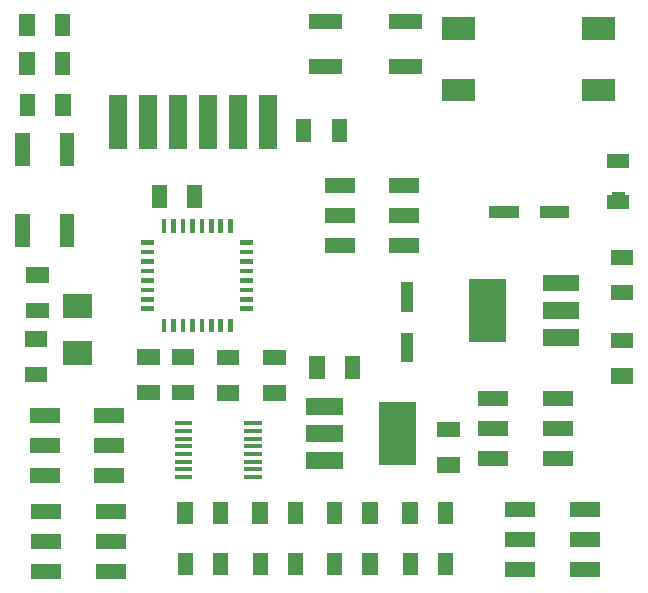
<source format=gbr>
G04 start of page 15 for group -4015 idx -4015 *
G04 Title: (unknown), toppaste *
G04 Creator: pcb 20140316 *
G04 CreationDate: Wed Jul  8 14:59:58 2015 UTC *
G04 For: frankenteddy *
G04 Format: Gerber/RS-274X *
G04 PCB-Dimensions (mil): 3270.00 2515.00 *
G04 PCB-Coordinate-Origin: lower left *
%MOIN*%
%FSLAX25Y25*%
%LNTOPPASTE*%
%ADD86R,0.0130X0.0130*%
%ADD85R,0.0787X0.0787*%
%ADD84R,0.0157X0.0157*%
%ADD83R,0.0600X0.0600*%
%ADD82R,0.0394X0.0394*%
%ADD81R,0.1220X0.1220*%
%ADD80R,0.0560X0.0560*%
%ADD79R,0.0748X0.0748*%
%ADD78R,0.0500X0.0500*%
%ADD77R,0.0510X0.0510*%
%ADD76R,0.0118X0.0118*%
%ADD75R,0.0472X0.0472*%
G54D75*X261222Y161521D02*X263978D01*
X261222Y175300D02*X263978D01*
G54D76*X261025Y164473D02*X264175D01*
G54D77*X262600Y131400D02*X265000D01*
X262600Y143200D02*X265000D01*
G54D78*X69000Y70500D02*X74000D01*
X69000Y80500D02*X74000D01*
X69000Y90500D02*X74000D01*
X90500Y70500D02*X95500D01*
X90500Y80500D02*X95500D01*
X90500Y90500D02*X95500D01*
X69500Y38500D02*X74500D01*
X69500Y48500D02*X74500D01*
X69500Y58500D02*X74500D01*
X91000Y38500D02*X96000D01*
X91000Y48500D02*X96000D01*
X91000Y58500D02*X96000D01*
G54D79*X254185Y219473D02*X257728D01*
X254185Y199000D02*X257728D01*
X207728D02*X211272D01*
X207728Y219473D02*X211272D01*
G54D75*X188550Y206800D02*X194849D01*
X161779D02*X168078D01*
X188550Y221761D02*X194849D01*
X161779D02*X168078D01*
G54D80*X240200Y116500D02*X246800D01*
X240200Y125500D02*X246800D01*
X240200Y134600D02*X246800D01*
G54D81*X219100Y130000D02*Y121000D01*
G54D77*X262600Y103600D02*X265000D01*
X262600Y115400D02*X265000D01*
G54D82*X192327Y116055D02*Y110150D01*
Y132984D02*Y127079D01*
X221550Y158173D02*X227455D01*
X238479D02*X244384D01*
G54D75*X79000Y182149D02*Y175850D01*
Y155378D02*Y149079D01*
X64039Y182149D02*Y175850D01*
Y155378D02*Y149079D01*
G54D77*X65700Y195200D02*Y192800D01*
X77500Y195200D02*Y192800D01*
G54D78*X167200Y147100D02*X172200D01*
X167200Y157100D02*X172200D01*
X167200Y167100D02*X172200D01*
X188700Y147100D02*X193700D01*
X188700Y157100D02*X193700D01*
X188700Y167100D02*X193700D01*
G54D83*X95700Y194200D02*Y182200D01*
X105700Y194200D02*Y182200D01*
X115700Y194200D02*Y182200D01*
X125700Y194200D02*Y182200D01*
X135700Y194200D02*Y182200D01*
X145700Y194200D02*Y182200D01*
G54D77*X157800Y186600D02*Y184200D01*
X169600Y186600D02*Y184200D01*
X67350Y104150D02*X69750D01*
X67350Y115950D02*X69750D01*
X121400Y164700D02*Y162300D01*
X109600Y164700D02*Y162300D01*
G54D84*X104258Y148073D02*X107184D01*
X104258Y144924D02*X107184D01*
X104258Y141774D02*X107184D01*
X104258Y138625D02*X107184D01*
X104258Y135475D02*X107184D01*
X104258Y132325D02*X107184D01*
X104258Y129176D02*X107184D01*
X104258Y126026D02*X107184D01*
X111227Y121984D02*Y119058D01*
X114376Y121984D02*Y119058D01*
X117526Y121984D02*Y119058D01*
X120675Y121984D02*Y119058D01*
X123825Y121984D02*Y119058D01*
X126975Y121984D02*Y119058D01*
X130124Y121984D02*Y119058D01*
X133274Y121984D02*Y119058D01*
X137316Y126027D02*X140242D01*
X137316Y129176D02*X140242D01*
X137316Y132326D02*X140242D01*
X137316Y135475D02*X140242D01*
X137316Y138625D02*X140242D01*
X137316Y141775D02*X140242D01*
X137316Y144924D02*X140242D01*
X137316Y148074D02*X140242D01*
X133273Y155042D02*Y152116D01*
X130124Y155042D02*Y152116D01*
X126974Y155042D02*Y152116D01*
X123825Y155042D02*Y152116D01*
X120675Y155042D02*Y152116D01*
X117525Y155042D02*Y152116D01*
X114376Y155042D02*Y152116D01*
X111226Y155042D02*Y152116D01*
G54D85*X81556Y111282D02*X83131D01*
X81556Y127030D02*X83131D01*
G54D78*X240000Y96000D02*X245000D01*
X240000Y86000D02*X245000D01*
X240000Y76000D02*X245000D01*
X218500Y96000D02*X223500D01*
X218500Y86000D02*X223500D01*
X218500Y76000D02*X223500D01*
G54D77*X65500Y221900D02*Y219500D01*
X77300Y221900D02*Y219500D01*
X65550Y208950D02*Y206550D01*
X77350Y208950D02*Y206550D01*
G54D78*X227500Y39000D02*X232500D01*
X227500Y49000D02*X232500D01*
X227500Y59000D02*X232500D01*
X249000Y39000D02*X254000D01*
X249000Y49000D02*X254000D01*
X249000Y59000D02*X254000D01*
G54D77*X118200Y59200D02*Y56800D01*
X130000Y59200D02*Y56800D01*
X143200Y59200D02*Y56800D01*
X155000Y59200D02*Y56800D01*
X168050Y59150D02*Y56750D01*
X179850Y59150D02*Y56750D01*
X193200Y59200D02*Y56800D01*
X205000Y59200D02*Y56800D01*
X118250Y42150D02*Y39750D01*
X130050Y42150D02*Y39750D01*
X143250Y42150D02*Y39750D01*
X155050Y42150D02*Y39750D01*
X168100Y42100D02*Y39700D01*
X179900Y42100D02*Y39700D01*
X193250Y42150D02*Y39750D01*
X205050Y42150D02*Y39750D01*
G54D80*X161300Y93500D02*X167900D01*
X161300Y84500D02*X167900D01*
X161300Y75400D02*X167900D01*
G54D81*X189000Y89000D02*Y80000D01*
G54D77*X204800Y74000D02*X207200D01*
X204800Y85800D02*X207200D01*
X174000Y107700D02*Y105300D01*
X162200Y107700D02*Y105300D01*
X116300Y110000D02*X118700D01*
X116300Y98200D02*X118700D01*
X131300Y109800D02*X133700D01*
X131300Y98000D02*X133700D01*
X146800Y109800D02*X149200D01*
X146800Y98000D02*X149200D01*
X67750Y125450D02*X70150D01*
X67750Y137250D02*X70150D01*
X104800Y110000D02*X107200D01*
X104800Y98200D02*X107200D01*
G54D86*X115383Y87856D02*X119989D01*
X115383Y85297D02*X119989D01*
X115383Y82738D02*X119989D01*
X115383Y80179D02*X119989D01*
X115383Y77621D02*X119989D01*
X115383Y75062D02*X119989D01*
X115383Y72503D02*X119989D01*
X115383Y69944D02*X119989D01*
X138611D02*X143217D01*
X138611Y72503D02*X143217D01*
X138611Y75062D02*X143217D01*
X138611Y77621D02*X143217D01*
X138611Y80179D02*X143217D01*
X138611Y82738D02*X143217D01*
X138611Y85297D02*X143217D01*
X138611Y87856D02*X143217D01*
M02*

</source>
